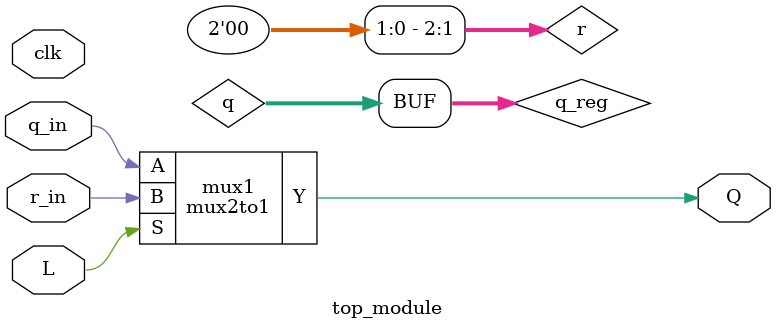
<source format=sv>
module flipflop(
    input clk,
    input D,
    output reg Q
);

always @(posedge clk) begin
    Q <= D;
end

endmodule
module mux2to1(
    input S,
    input A,
    input B,
    output reg Y
);

always @* begin
    if (S == 1'b0) begin
        Y = A;
    end else begin
        Y = B;
    end
end

endmodule
module top_module(
    input clk,
    input L,
    input q_in,
    input r_in,
    output reg Q
);

reg [2:0] r;
reg [2:0] q;
wire [2:0] q_reg;

always @(posedge clk) begin
    if (L) begin
        q <= r;
    end else begin
        q <= {q[1] ^ q[2], q[0], q[2]};
    end
end

assign q_reg = q;

flipflop flipflop1 (.clk(clk), .D(q_in), .Q(q_reg[0]));
flipflop flipflop2 (.clk(clk), .D(r_in), .Q(r));
mux2to1 mux1 (.S(L), .A(q_in), .B(r_in), .Y(Q));

endmodule

</source>
